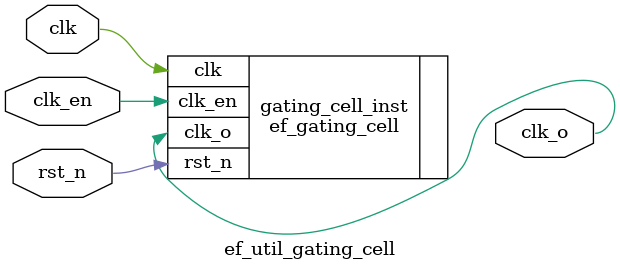
<source format=v>
`default_nettype none

module ef_util_gating_cell (
    `ifdef USE_POWER_PINS
    input   wire    vpwr,
    input   wire    vgnd,
    `endif // USE_POWER_PINS
    input   wire    clk,
    input   wire    rst_n,
    input   wire    clk_en,
    output  wire    clk_o
);

    ef_gating_cell gating_cell_inst (
        `ifdef USE_POWER_PINS
        .vpwr(vpwr),
        .vgnd(vgnd),
        `endif
        .clk(clk),
        .rst_n(rst_n),
        .clk_en(clk_en),
        .clk_o(clk_o)
    );

endmodule

`default_nettype wire
</source>
